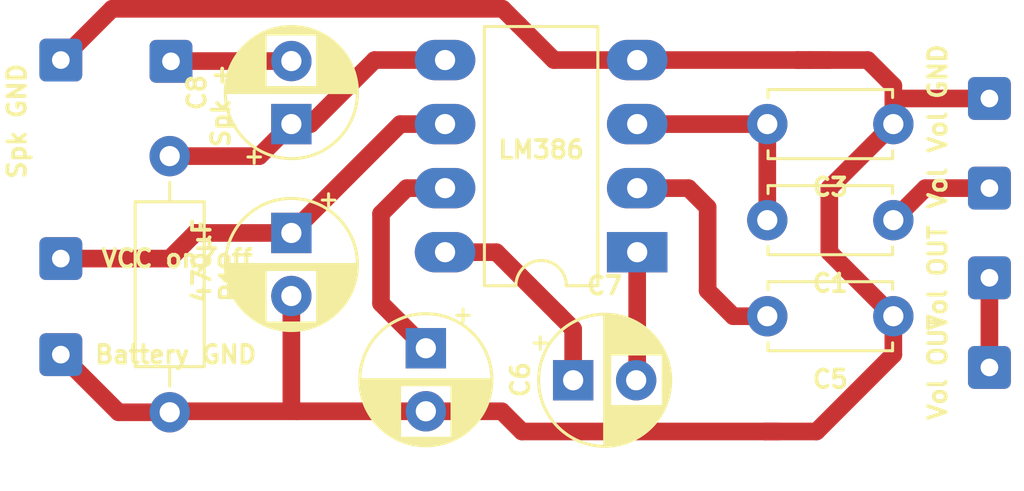
<source format=kicad_pcb>
(kicad_pcb (version 20221018) (generator pcbnew)
  (layers (0 "F.Cu" signal) (31 "B.Cu" signal) (34 "B.Paste" user) (35 "F.Paste" user) (36 "B.SilkS" user "B.Silkscreen") (37 "F.SilkS" user "F.Silkscreen") (38 "B.Mask" user) (39 "F.Mask" user) (44 "Edge.Cuts" user))
  (net 0 "")
  (net 1 "Net-(C1-Pad2)")
  (net 2 "GND")
  (net 3 "VCC")
  (net 4 "W")
  (net 5 "O")
  (net 6 "Net-(C6-Pad1)")
  (net 7 "Net-(C7-Pad1)")
  (net 8 "Net-(C5-Pad2)")
  (net 9 "Net-(C7-Pad2)")
  (net 10 "Net-(C8-Pad1)")
  (net 11 "Net-(J4-Pad1)")
  (footprint "Connector_Wire:SolderWire-0.15sqmm_1x01_D0.5mm_OD1.5mm" (layer "F.Cu") (at 159.004 75.184 -90)
    (fp_text reference "J2" hide)
    (fp_text value "Spk GND" (at 2.4257 1.7399 90) (layer "F.SilkS") (effects (font (size 0.7 0.7))))
    (pad "1" thru_hole roundrect (at 0 0 270) (size 1.7 1.7) (drill 0.7) (layers "*.Cu" "*.Mask") (roundrect_rratio 0.147059) (net 2 "GND"))
  )
  (footprint "Connector_Wire:SolderWire-0.15sqmm_1x01_D0.5mm_OD1.5mm" (layer "F.Cu") (at 195.834 76.708 -90)
    (fp_text reference "J3" hide)
    (fp_text value "Vol GND" (at 0 2.05 90) (layer "F.SilkS") (effects (font (size 0.7 0.7))))
    (pad "1" thru_hole roundrect (at 0 0 270) (size 1.7 1.7) (drill 0.7) (layers "*.Cu" "*.Mask") (roundrect_rratio 0.147059) (net 2 "GND"))
  )
  (footprint "Connector_Wire:SolderWire-0.15sqmm_1x01_D0.5mm_OD1.5mm" (layer "F.Cu") (at 159.004 83.058 -90)
    (fp_text reference "J5" hide)
    (fp_text value "VCC on/off" (at 0 -4.6101) (layer "F.SilkS") (effects (font (size 0.7 0.7))))
    (pad "1" thru_hole roundrect (at 0 0 270) (size 1.7 1.7) (drill 0.7) (layers "*.Cu" "*.Mask") (roundrect_rratio 0.147059) (net 3 "VCC"))
  )
  (footprint "Connector_Wire:SolderWire-0.15sqmm_1x01_D0.5mm_OD1.5mm" (layer "F.Cu") (at 163.3728 75.2348 -90)
    (fp_text reference "J6" hide)
    (fp_text value "Spk +" (at 1.7526 -1.9812 90) (layer "F.SilkS") (effects (font (size 0.7 0.7))))
    (pad "1" thru_hole roundrect (at 0 0 270) (size 1.7 1.7) (drill 0.7) (layers "*.Cu" "*.Mask") (roundrect_rratio 0.147059) (net 4 "W"))
  )
  (footprint "Connector_Wire:SolderWire-0.15sqmm_1x01_D0.5mm_OD1.5mm" (layer "F.Cu") (at 195.834 80.264 -90)
    (fp_text reference "J7" hide)
    (fp_text value "Vol" (at 0 2.05 90) (layer "F.SilkS") (effects (font (size 0.7 0.7))))
    (pad "1" thru_hole roundrect (at 0 0 270) (size 1.7 1.7) (drill 0.7) (layers "*.Cu" "*.Mask") (roundrect_rratio 0.147059) (net 5 "O"))
  )
  (footprint "Capacitor_THT:C_Disc_D4.7mm_W2.5mm_P5.00mm" (layer "F.Cu") (at 192.024 81.534 180)
    (fp_text reference "C1" (at 2.5 -2.5) (layer "F.SilkS") (effects (font (size 0.7 0.7))))
    (fp_text value "0.27µF")
    (pad "1" thru_hole circle (at 0 0 180) (size 1.6 1.6) (drill 0.8) (layers "*.Cu" "*.Mask") (net 5 "O"))
    (pad "2" thru_hole circle (at 5 0 180) (size 1.6 1.6) (drill 0.8) (layers "*.Cu" "*.Mask") (net 1 "Net-(C1-Pad2)"))
  )
  (footprint "Capacitor_THT:C_Disc_D4.7mm_W2.5mm_P5.00mm" (layer "F.Cu") (at 192.024 77.724 180)
    (fp_text reference "C3" (at 2.5 -2.5) (layer "F.SilkS") (effects (font (size 0.7 0.7))))
    (fp_text value "47pF")
    (pad "1" thru_hole circle (at 0 0 180) (size 1.6 1.6) (drill 0.8) (layers "*.Cu" "*.Mask") (net 2 "GND"))
    (pad "2" thru_hole circle (at 5 0 180) (size 1.6 1.6) (drill 0.8) (layers "*.Cu" "*.Mask") (net 1 "Net-(C1-Pad2)"))
  )
  (footprint "Capacitor_THT:C_Disc_D4.7mm_W2.5mm_P5.00mm" (layer "F.Cu") (at 192.024 85.344 180)
    (fp_text reference "C5" (at 2.5 -2.5) (layer "F.SilkS") (effects (font (size 0.7 0.7))))
    (fp_text value "0.27µF")
    (pad "1" thru_hole circle (at 0 0 180) (size 1.6 1.6) (drill 0.8) (layers "*.Cu" "*.Mask") (net 2 "GND"))
    (pad "2" thru_hole circle (at 5 0 180) (size 1.6 1.6) (drill 0.8) (layers "*.Cu" "*.Mask") (net 8 "Net-(C5-Pad2)"))
  )
  (footprint "Capacitor_THT:CP_Radial_D5.0mm_P2.50mm" (layer "F.Cu") (at 173.482 86.614 -90)
    (fp_text reference "C6" (at 1.25 -3.75 90) (layer "F.SilkS") (effects (font (size 0.7 0.7))))
    (fp_text value "10µF")
    (pad "1" thru_hole rect (at 0 0 270) (size 1.6 1.6) (drill 0.8) (layers "*.Cu" "*.Mask") (net 6 "Net-(C6-Pad1)"))
    (pad "2" thru_hole circle (at 2.5 0 270) (size 1.6 1.6) (drill 0.8) (layers "*.Cu" "*.Mask") (net 2 "GND"))
  )
  (footprint "Capacitor_THT:CP_Radial_D5.0mm_P2.50mm" (layer "F.Cu") (at 179.324 87.884)
    (fp_text reference "C7" (at 1.25 -3.75) (layer "F.SilkS") (effects (font (size 0.7 0.7))))
    (fp_text value "10µF")
    (pad "1" thru_hole rect (at 0 0) (size 1.6 1.6) (drill 0.8) (layers "*.Cu" "*.Mask") (net 7 "Net-(C7-Pad1)"))
    (pad "2" thru_hole circle (at 2.5 0) (size 1.6 1.6) (drill 0.8) (layers "*.Cu" "*.Mask") (net 9 "Net-(C7-Pad2)"))
  )
  (footprint "Capacitor_THT:CP_Radial_D5.0mm_P2.50mm" (layer "F.Cu") (at 168.148 77.724 90)
    (fp_text reference "C8" (at 1.25 -3.75 90) (layer "F.SilkS") (effects (font (size 0.7 0.7))))
    (fp_text value "470µF")
    (pad "1" thru_hole rect (at 0 0 90) (size 1.6 1.6) (drill 0.8) (layers "*.Cu" "*.Mask") (net 10 "Net-(C8-Pad1)"))
    (pad "2" thru_hole circle (at 2.5 0 90) (size 1.6 1.6) (drill 0.8) (layers "*.Cu" "*.Mask") (net 4 "W"))
  )
  (footprint "Resistor_THT:R_Axial_DIN0207_L6.3mm_D2.5mm_P10.16mm_Horizontal" (layer "F.Cu") (at 163.322 78.994 -90)
    (fp_text reference "R1" (at 5.08 -2.37 90) (layer "F.SilkS") (effects (font (size 0.7 0.7))))
    (fp_text value "100Ω")
    (pad "1" thru_hole circle (at 0 0 270) (size 1.6 1.6) (drill 0.8) (layers "*.Cu" "*.Mask") (net 10 "Net-(C8-Pad1)"))
    (pad "2" thru_hole oval (at 10.16 0 270) (size 1.6 1.6) (drill 0.8) (layers "*.Cu" "*.Mask") (net 2 "GND"))
  )
  (footprint "Package_DIP:DIP-8_W7.62mm_LongPads" (layer "F.Cu") (at 181.864 82.804 180)
    (fp_text reference "U2" hide)
    (fp_text value "LM386" (at 3.81 4.064) (layer "F.SilkS") (effects (font (size 0.7 0.7))))
    (pad "1" thru_hole rect (at 0 0 180) (size 2.4 1.6) (drill 0.8) (layers "*.Cu" "*.Mask") (net 9 "Net-(C7-Pad2)"))
    (pad "2" thru_hole oval (at 0 2.54 180) (size 2.4 1.6) (drill 0.8) (layers "*.Cu" "*.Mask") (net 8 "Net-(C5-Pad2)"))
    (pad "3" thru_hole oval (at 0 5.08 180) (size 2.4 1.6) (drill 0.8) (layers "*.Cu" "*.Mask") (net 1 "Net-(C1-Pad2)"))
    (pad "4" thru_hole oval (at 0 7.62 180) (size 2.4 1.6) (drill 0.8) (layers "*.Cu" "*.Mask") (net 2 "GND"))
    (pad "5" thru_hole oval (at 7.62 7.62 180) (size 2.4 1.6) (drill 0.8) (layers "*.Cu" "*.Mask") (net 10 "Net-(C8-Pad1)"))
    (pad "6" thru_hole oval (at 7.62 5.08 180) (size 2.4 1.6) (drill 0.8) (layers "*.Cu" "*.Mask") (net 3 "VCC"))
    (pad "7" thru_hole oval (at 7.62 2.54 180) (size 2.4 1.6) (drill 0.8) (layers "*.Cu" "*.Mask") (net 6 "Net-(C6-Pad1)"))
    (pad "8" thru_hole oval (at 7.62 0 180) (size 2.4 1.6) (drill 0.8) (layers "*.Cu" "*.Mask") (net 7 "Net-(C7-Pad1)"))
  )
  (footprint "Connector_Wire:SolderWire-0.15sqmm_1x01_D0.5mm_OD1.5mm" (layer "F.Cu") (at 159.004 86.868 -90)
    (fp_text reference "J1" hide)
    (fp_text value "Battery GND" (at 0 -4.5593) (layer "F.SilkS") (effects (font (size 0.7 0.7))))
    (pad "1" thru_hole roundrect (at 0 0 270) (size 1.7 1.7) (drill 0.7) (layers "*.Cu" "*.Mask") (roundrect_rratio 0.147059) (net 2 "GND"))
  )
  (footprint "Capacitor_THT:CP_Radial_D5.0mm_P2.50mm" (layer "F.Cu") (at 168.148 82.042 -90)
    (fp_text reference "C2" hide)
    (fp_text value "470µF" (at 1.1049 3.556 90) (layer "F.SilkS") (effects (font (size 0.7 0.7))))
    (pad "1" thru_hole rect (at 0 0 270) (size 1.6 1.6) (drill 0.8) (layers "*.Cu" "*.Mask") (net 3 "VCC"))
    (pad "2" thru_hole circle (at 2.5 0 270) (size 1.6 1.6) (drill 0.8) (layers "*.Cu" "*.Mask") (net 2 "GND"))
  )
  (footprint "Connector_Wire:SolderWire-0.15sqmm_1x01_D0.5mm_OD1.5mm" (layer "F.Cu") (at 195.834 83.82 -90)
    (fp_text reference "J4" hide)
    (fp_text value "Vol OUT" (at 0 2.05 90) (layer "F.SilkS") (effects (font (size 0.7 0.7))))
    (pad "1" thru_hole roundrect (at 0 0 270) (size 1.7 1.7) (drill 0.7) (layers "*.Cu" "*.Mask") (roundrect_rratio 0.147059) (net 11 "Net-(J4-Pad1)"))
  )
  (footprint "Connector_Wire:SolderWire-0.15sqmm_1x01_D0.5mm_OD1.5mm" (layer "F.Cu") (at 195.834 87.376 -90)
    (fp_text reference "J8" hide)
    (fp_text value "Vol OUT" (at 0 2.05 90) (layer "F.SilkS") (effects (font (size 0.7 0.7))))
    (pad "1" thru_hole roundrect (at 0 0 270) (size 1.7 1.7) (drill 0.7) (layers "*.Cu" "*.Mask") (roundrect_rratio 0.147059) (net 11 "Net-(J4-Pad1)"))
  )
  (segment (start 187.024 77.724) (end 187.024 81.534) (width 0.7) (layer "F.Cu") (net 1))
  (segment (start 181.864 77.724) (end 187.024 77.724) (width 0.7) (layer "F.Cu") (net 1))
  (segment (start 192.024 76.708) (end 192.024 76.2) (width 0.7) (layer "F.Cu") (net 2))
  (segment (start 192.024 86.868) (end 188.976 89.916) (width 0.7) (layer "F.Cu") (net 2))
  (segment (start 168.148 84.542) (end 168.148 88.9) (width 0.7) (layer "F.Cu") (net 2))
  (segment (start 191.008 75.184) (end 188.722 75.184) (width 0.7) (layer "F.Cu") (net 2))
  (segment (start 192.024 76.2) (end 191.008 75.184) (width 0.7) (layer "F.Cu") (net 2))
  (segment (start 192.024 77.724) (end 192.024 76.708) (width 0.7) (layer "F.Cu") (net 2))
  (segment (start 161.036 73.152) (end 176.53 73.152) (width 0.7) (layer "F.Cu") (net 2))
  (segment (start 177.165 73.787) (end 178.562 75.184) (width 0.7) (layer "F.Cu") (net 2))
  (segment (start 173.482 89.114) (end 168.362 89.114) (width 0.7) (layer "F.Cu") (net 2))
  (segment (start 189.484 75.184) (end 188.214 75.184) (width 0.7) (layer "F.Cu") (net 2))
  (segment (start 168.148 88.9) (end 168.362 89.114) (width 0.7) (layer "F.Cu") (net 2))
  (segment (start 188.214 75.184) (end 188.722 75.184) (width 0.7) (layer "F.Cu") (net 2))
  (segment (start 173.268 88.9) (end 173.482 89.114) (width 0.7) (layer "F.Cu") (net 2))
  (segment (start 176.49 89.114) (end 177.292 89.916) (width 0.7) (layer "F.Cu") (net 2))
  (segment (start 176.53 73.152) (end 177.165 73.787) (width 0.7) (layer "F.Cu") (net 2))
  (segment (start 168.362 89.114) (end 163.362 89.114) (width 0.7) (layer "F.Cu") (net 2))
  (segment (start 186.944 89.916) (end 187.452 89.916) (width 0.7) (layer "F.Cu") (net 2))
  (segment (start 177.292 89.916) (end 186.944 89.916) (width 0.7) (layer "F.Cu") (net 2))
  (segment (start 161.29 89.154) (end 159.004 86.868) (width 0.7) (layer "F.Cu") (net 2))
  (segment (start 159.004 75.184) (end 161.036 73.152) (width 0.7) (layer "F.Cu") (net 2))
  (segment (start 192.024 85.344) (end 192.024 86.868) (width 0.7) (layer "F.Cu") (net 2))
  (segment (start 192.024 85.344) (end 189.484 82.804) (width 0.7) (layer "F.Cu") (net 2))
  (segment (start 173.482 89.114) (end 176.49 89.114) (width 0.7) (layer "F.Cu") (net 2))
  (segment (start 189.484 80.264) (end 192.024 77.724) (width 0.7) (layer "F.Cu") (net 2))
  (segment (start 195.834 76.708) (end 192.024 76.708) (width 0.7) (layer "F.Cu") (net 2))
  (segment (start 188.976 89.916) (end 186.944 89.916) (width 0.7) (layer "F.Cu") (net 2))
  (segment (start 163.362 89.114) (end 163.322 89.154) (width 0.7) (layer "F.Cu") (net 2))
  (segment (start 181.864 75.184) (end 188.214 75.184) (width 0.7) (layer "F.Cu") (net 2))
  (segment (start 163.322 89.154) (end 161.29 89.154) (width 0.7) (layer "F.Cu") (net 2))
  (segment (start 189.484 82.804) (end 189.484 80.264) (width 0.7) (layer "F.Cu") (net 2))
  (segment (start 178.562 75.184) (end 181.864 75.184) (width 0.7) (layer "F.Cu") (net 2))
  (segment (start 164.338 82.042) (end 163.322 83.058) (width 0.7) (layer "F.Cu") (net 3))
  (segment (start 174.244 77.724) (end 172.466 77.724) (width 0.7) (layer "F.Cu") (net 3))
  (segment (start 168.148 82.042) (end 164.338 82.042) (width 0.7) (layer "F.Cu") (net 3))
  (segment (start 172.466 77.724) (end 168.148 82.042) (width 0.7) (layer "F.Cu") (net 3))
  (segment (start 163.322 83.058) (end 159.004 83.058) (width 0.7) (layer "F.Cu") (net 3))
  (segment (start 163.3836 75.224) (end 163.3728 75.2348) (width 0.7) (layer "F.Cu") (net 4))
  (segment (start 168.148 75.224) (end 163.3836 75.224) (width 0.7) (layer "F.Cu") (net 4))
  (segment (start 193.294 80.264) (end 192.024 81.534) (width 0.7) (layer "F.Cu") (net 5))
  (segment (start 195.834 80.264) (end 193.294 80.264) (width 0.7) (layer "F.Cu") (net 5))
  (segment (start 171.704 81.28) (end 171.704 84.836) (width 0.7) (layer "F.Cu") (net 6))
  (segment (start 174.244 80.264) (end 172.72 80.264) (width 0.7) (layer "F.Cu") (net 6))
  (segment (start 172.72 80.264) (end 171.704 81.28) (width 0.7) (layer "F.Cu") (net 6))
  (segment (start 171.704 84.836) (end 173.482 86.614) (width 0.7) (layer "F.Cu") (net 6))
  (segment (start 174.244 82.804) (end 176.276 82.804) (width 0.7) (layer "F.Cu") (net 7))
  (segment (start 179.324 85.852) (end 178.689 85.217) (width 0.7) (layer "F.Cu") (net 7))
  (segment (start 179.324 87.884) (end 179.324 85.852) (width 0.7) (layer "F.Cu") (net 7))
  (segment (start 176.276 82.804) (end 178.689 85.217) (width 0.7) (layer "F.Cu") (net 7))
  (segment (start 178.689 85.217) (end 178.816 85.344) (width 0.7) (layer "F.Cu") (net 7))
  (segment (start 181.864 80.264) (end 183.896 80.264) (width 0.7) (layer "F.Cu") (net 8))
  (segment (start 185.674 85.344) (end 187.024 85.344) (width 0.7) (layer "F.Cu") (net 8))
  (segment (start 184.658 84.328) (end 185.674 85.344) (width 0.7) (layer "F.Cu") (net 8))
  (segment (start 183.896 80.264) (end 184.658 81.026) (width 0.7) (layer "F.Cu") (net 8))
  (segment (start 184.658 81.026) (end 184.658 84.328) (width 0.7) (layer "F.Cu") (net 8))
  (segment (start 181.864 87.844) (end 181.824 87.884) (width 0.7) (layer "F.Cu") (net 9))
  (segment (start 181.864 82.804) (end 181.864 87.844) (width 0.7) (layer "F.Cu") (net 9))
  (segment (start 174.244 75.184) (end 171.45 75.184) (width 0.7) (layer "F.Cu") (net 10))
  (segment (start 163.322 78.994) (end 166.878 78.994) (width 0.7) (layer "F.Cu") (net 10))
  (segment (start 171.45 75.184) (end 168.91 77.724) (width 0.7) (layer "F.Cu") (net 10))
  (segment (start 168.91 77.724) (end 168.148 77.724) (width 0.7) (layer "F.Cu") (net 10))
  (segment (start 166.878 78.994) (end 168.148 77.724) (width 0.7) (layer "F.Cu") (net 10))
  (segment (start 195.834 83.82) (end 195.834 87.376) (width 0.7) (layer "F.Cu") (net 11))
)
</source>
